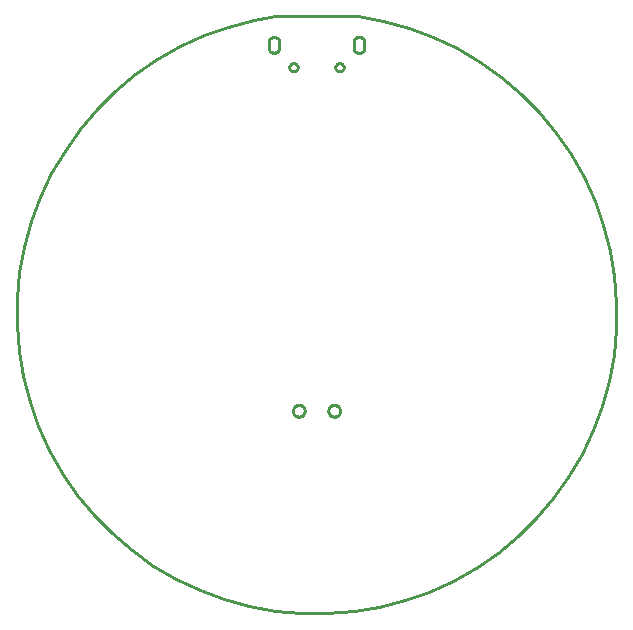
<source format=gbr>
G04 EAGLE Gerber RS-274X export*
G75*
%MOMM*%
%FSLAX34Y34*%
%LPD*%
%IN*%
%IPPOS*%
%AMOC8*
5,1,8,0,0,1.08239X$1,22.5*%
G01*
%ADD10C,0.254000*%


D10*
X-34925Y251460D02*
X-53265Y248226D01*
X-74716Y242638D01*
X-95600Y235202D01*
X-115755Y225974D01*
X-135030Y215025D01*
X-153277Y202437D01*
X-170357Y188307D01*
X-186141Y172742D01*
X-200508Y155860D01*
X-213350Y137791D01*
X-224567Y118671D01*
X-234076Y98646D01*
X-241803Y77869D01*
X-247689Y56498D01*
X-251691Y34694D01*
X-253777Y12625D01*
X-253932Y-9542D01*
X-252154Y-31638D01*
X-248457Y-53496D01*
X-242869Y-74947D01*
X-235433Y-95830D01*
X-226205Y-115986D01*
X-215256Y-135261D01*
X-202668Y-153508D01*
X-188538Y-170588D01*
X-172973Y-186372D01*
X-156091Y-200739D01*
X-138022Y-213580D01*
X-118902Y-224798D01*
X-98877Y-234306D01*
X-78100Y-242033D01*
X-56728Y-247920D01*
X-34925Y-251922D01*
X-12856Y-254008D01*
X9311Y-254163D01*
X31407Y-252385D01*
X53265Y-248688D01*
X74716Y-243100D01*
X95600Y-235664D01*
X115755Y-226436D01*
X135030Y-215487D01*
X153277Y-202899D01*
X170357Y-188769D01*
X186141Y-173204D01*
X200508Y-156322D01*
X213350Y-138253D01*
X224567Y-119133D01*
X234076Y-99108D01*
X241803Y-78331D01*
X247689Y-56959D01*
X251691Y-35156D01*
X253777Y-13087D01*
X253932Y9080D01*
X252154Y31177D01*
X248457Y53034D01*
X242869Y74485D01*
X235433Y95369D01*
X226205Y115524D01*
X215256Y134799D01*
X202668Y153046D01*
X188538Y170126D01*
X172973Y185910D01*
X156091Y200277D01*
X138022Y213119D01*
X118902Y224336D01*
X98877Y233845D01*
X78100Y241572D01*
X56728Y247458D01*
X34925Y251460D01*
X-34925Y251460D01*
X-40500Y224280D02*
X-40441Y223933D01*
X-40352Y223593D01*
X-40234Y223262D01*
X-40088Y222942D01*
X-39914Y222636D01*
X-39714Y222347D01*
X-39490Y222076D01*
X-39243Y221826D01*
X-38975Y221598D01*
X-38688Y221394D01*
X-38385Y221217D01*
X-38067Y221066D01*
X-37737Y220943D01*
X-37398Y220850D01*
X-37052Y220787D01*
X-36702Y220754D01*
X-36351Y220752D01*
X-36000Y220780D01*
X-35649Y220752D01*
X-35298Y220754D01*
X-34948Y220787D01*
X-34602Y220850D01*
X-34263Y220943D01*
X-33933Y221066D01*
X-33615Y221217D01*
X-33312Y221394D01*
X-33025Y221598D01*
X-32757Y221826D01*
X-32510Y222076D01*
X-32286Y222347D01*
X-32086Y222636D01*
X-31912Y222942D01*
X-31766Y223262D01*
X-31648Y223593D01*
X-31559Y223933D01*
X-31500Y224280D01*
X-31500Y230280D01*
X-31559Y230627D01*
X-31648Y230967D01*
X-31766Y231298D01*
X-31912Y231618D01*
X-32086Y231924D01*
X-32286Y232213D01*
X-32510Y232484D01*
X-32757Y232734D01*
X-33025Y232962D01*
X-33312Y233166D01*
X-33615Y233343D01*
X-33933Y233494D01*
X-34263Y233617D01*
X-34602Y233710D01*
X-34948Y233773D01*
X-35298Y233806D01*
X-35649Y233808D01*
X-36000Y233780D01*
X-36351Y233808D01*
X-36702Y233806D01*
X-37052Y233773D01*
X-37398Y233710D01*
X-37737Y233617D01*
X-38067Y233494D01*
X-38385Y233343D01*
X-38688Y233166D01*
X-38975Y232962D01*
X-39243Y232734D01*
X-39490Y232484D01*
X-39714Y232213D01*
X-39914Y231924D01*
X-40088Y231618D01*
X-40234Y231298D01*
X-40352Y230967D01*
X-40441Y230627D01*
X-40500Y230280D01*
X-40500Y224280D01*
X31500Y224280D02*
X31513Y223975D01*
X31553Y223672D01*
X31619Y223374D01*
X31711Y223083D01*
X31828Y222801D01*
X31969Y222530D01*
X32133Y222272D01*
X32319Y222030D01*
X32525Y221805D01*
X32750Y221599D01*
X32992Y221413D01*
X33250Y221249D01*
X33521Y221108D01*
X33803Y220991D01*
X34094Y220899D01*
X34392Y220833D01*
X34695Y220793D01*
X35000Y220780D01*
X37000Y220780D01*
X37305Y220793D01*
X37608Y220833D01*
X37906Y220899D01*
X38197Y220991D01*
X38479Y221108D01*
X38750Y221249D01*
X39008Y221413D01*
X39250Y221599D01*
X39475Y221805D01*
X39681Y222030D01*
X39867Y222272D01*
X40031Y222530D01*
X40172Y222801D01*
X40289Y223083D01*
X40381Y223374D01*
X40447Y223672D01*
X40487Y223975D01*
X40500Y224280D01*
X40500Y229780D01*
X40508Y230108D01*
X40486Y230435D01*
X40437Y230759D01*
X40359Y231078D01*
X40254Y231388D01*
X40123Y231689D01*
X39965Y231976D01*
X39783Y232249D01*
X39578Y232505D01*
X39352Y232742D01*
X39106Y232958D01*
X38842Y233153D01*
X38561Y233323D01*
X38268Y233468D01*
X37962Y233588D01*
X37647Y233680D01*
X37326Y233744D01*
X37000Y233780D01*
X35000Y233780D01*
X34674Y233744D01*
X34353Y233680D01*
X34038Y233588D01*
X33733Y233468D01*
X33439Y233323D01*
X33159Y233153D01*
X32894Y232958D01*
X32648Y232742D01*
X32422Y232505D01*
X32217Y232249D01*
X32035Y231976D01*
X31877Y231689D01*
X31746Y231388D01*
X31641Y231078D01*
X31563Y230759D01*
X31514Y230435D01*
X31492Y230108D01*
X31500Y229780D01*
X31500Y224280D01*
X16000Y208509D02*
X16060Y208964D01*
X16179Y209407D01*
X16354Y209831D01*
X16584Y210229D01*
X16863Y210593D01*
X17187Y210917D01*
X17551Y211196D01*
X17949Y211426D01*
X18373Y211601D01*
X18816Y211720D01*
X19271Y211780D01*
X19729Y211780D01*
X20184Y211720D01*
X20627Y211601D01*
X21051Y211426D01*
X21449Y211196D01*
X21813Y210917D01*
X22137Y210593D01*
X22416Y210229D01*
X22646Y209831D01*
X22821Y209407D01*
X22940Y208964D01*
X23000Y208509D01*
X23000Y208051D01*
X22940Y207596D01*
X22821Y207153D01*
X22646Y206729D01*
X22416Y206331D01*
X22137Y205967D01*
X21813Y205643D01*
X21449Y205364D01*
X21051Y205134D01*
X20627Y204959D01*
X20184Y204840D01*
X19729Y204780D01*
X19271Y204780D01*
X18816Y204840D01*
X18373Y204959D01*
X17949Y205134D01*
X17551Y205364D01*
X17187Y205643D01*
X16863Y205967D01*
X16584Y206331D01*
X16354Y206729D01*
X16179Y207153D01*
X16060Y207596D01*
X16000Y208051D01*
X16000Y208509D01*
X-23000Y208509D02*
X-22940Y208964D01*
X-22821Y209407D01*
X-22646Y209831D01*
X-22416Y210229D01*
X-22137Y210593D01*
X-21813Y210917D01*
X-21449Y211196D01*
X-21051Y211426D01*
X-20627Y211601D01*
X-20184Y211720D01*
X-19729Y211780D01*
X-19271Y211780D01*
X-18816Y211720D01*
X-18373Y211601D01*
X-17949Y211426D01*
X-17551Y211196D01*
X-17187Y210917D01*
X-16863Y210593D01*
X-16584Y210229D01*
X-16354Y209831D01*
X-16179Y209407D01*
X-16060Y208964D01*
X-16000Y208509D01*
X-16000Y208051D01*
X-16060Y207596D01*
X-16179Y207153D01*
X-16354Y206729D01*
X-16584Y206331D01*
X-16863Y205967D01*
X-17187Y205643D01*
X-17551Y205364D01*
X-17949Y205134D01*
X-18373Y204959D01*
X-18816Y204840D01*
X-19271Y204780D01*
X-19729Y204780D01*
X-20184Y204840D01*
X-20627Y204959D01*
X-21051Y205134D01*
X-21449Y205364D01*
X-21813Y205643D01*
X-22137Y205967D01*
X-22416Y206331D01*
X-22646Y206729D01*
X-22821Y207153D01*
X-22940Y207596D01*
X-23000Y208051D01*
X-23000Y208509D01*
X20000Y-82831D02*
X19937Y-83389D01*
X19812Y-83936D01*
X19627Y-84466D01*
X19383Y-84972D01*
X19084Y-85448D01*
X18734Y-85887D01*
X18337Y-86284D01*
X17898Y-86634D01*
X17422Y-86933D01*
X16916Y-87177D01*
X16386Y-87362D01*
X15839Y-87487D01*
X15281Y-87550D01*
X14719Y-87550D01*
X14161Y-87487D01*
X13614Y-87362D01*
X13084Y-87177D01*
X12578Y-86933D01*
X12102Y-86634D01*
X11663Y-86284D01*
X11266Y-85887D01*
X10916Y-85448D01*
X10617Y-84972D01*
X10373Y-84466D01*
X10188Y-83936D01*
X10063Y-83389D01*
X10000Y-82831D01*
X10000Y-82269D01*
X10063Y-81711D01*
X10188Y-81164D01*
X10373Y-80634D01*
X10617Y-80128D01*
X10916Y-79652D01*
X11266Y-79213D01*
X11663Y-78816D01*
X12102Y-78466D01*
X12578Y-78167D01*
X13084Y-77923D01*
X13614Y-77738D01*
X14161Y-77613D01*
X14719Y-77550D01*
X15281Y-77550D01*
X15839Y-77613D01*
X16386Y-77738D01*
X16916Y-77923D01*
X17422Y-78167D01*
X17898Y-78466D01*
X18337Y-78816D01*
X18734Y-79213D01*
X19084Y-79652D01*
X19383Y-80128D01*
X19627Y-80634D01*
X19812Y-81164D01*
X19937Y-81711D01*
X20000Y-82269D01*
X20000Y-82831D01*
X-10000Y-82831D02*
X-10063Y-83389D01*
X-10188Y-83936D01*
X-10373Y-84466D01*
X-10617Y-84972D01*
X-10916Y-85448D01*
X-11266Y-85887D01*
X-11663Y-86284D01*
X-12102Y-86634D01*
X-12578Y-86933D01*
X-13084Y-87177D01*
X-13614Y-87362D01*
X-14161Y-87487D01*
X-14719Y-87550D01*
X-15281Y-87550D01*
X-15839Y-87487D01*
X-16386Y-87362D01*
X-16916Y-87177D01*
X-17422Y-86933D01*
X-17898Y-86634D01*
X-18337Y-86284D01*
X-18734Y-85887D01*
X-19084Y-85448D01*
X-19383Y-84972D01*
X-19627Y-84466D01*
X-19812Y-83936D01*
X-19937Y-83389D01*
X-20000Y-82831D01*
X-20000Y-82269D01*
X-19937Y-81711D01*
X-19812Y-81164D01*
X-19627Y-80634D01*
X-19383Y-80128D01*
X-19084Y-79652D01*
X-18734Y-79213D01*
X-18337Y-78816D01*
X-17898Y-78466D01*
X-17422Y-78167D01*
X-16916Y-77923D01*
X-16386Y-77738D01*
X-15839Y-77613D01*
X-15281Y-77550D01*
X-14719Y-77550D01*
X-14161Y-77613D01*
X-13614Y-77738D01*
X-13084Y-77923D01*
X-12578Y-78167D01*
X-12102Y-78466D01*
X-11663Y-78816D01*
X-11266Y-79213D01*
X-10916Y-79652D01*
X-10617Y-80128D01*
X-10373Y-80634D01*
X-10188Y-81164D01*
X-10063Y-81711D01*
X-10000Y-82269D01*
X-10000Y-82831D01*
M02*

</source>
